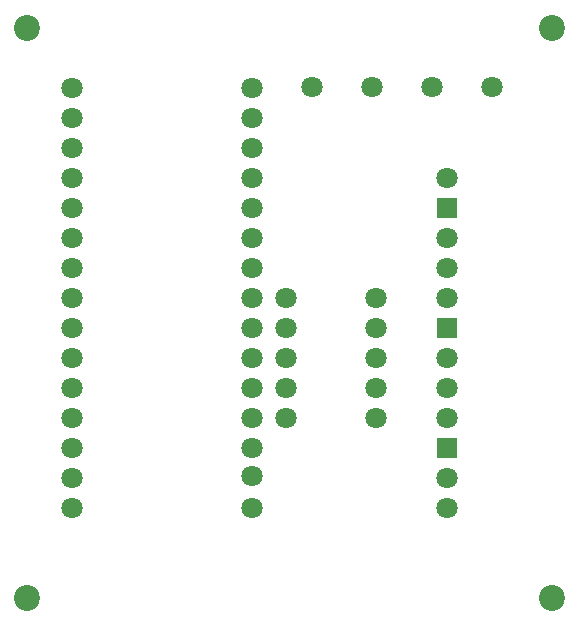
<source format=gts>
%TF.GenerationSoftware,KiCad,Pcbnew,9.0.0*%
%TF.CreationDate,2025-03-09T03:36:31-07:00*%
%TF.ProjectId,server,73657276-6572-42e6-9b69-6361645f7063,v0.1*%
%TF.SameCoordinates,Original*%
%TF.FileFunction,Soldermask,Top*%
%TF.FilePolarity,Negative*%
%FSLAX46Y46*%
G04 Gerber Fmt 4.6, Leading zero omitted, Abs format (unit mm)*
G04 Created by KiCad (PCBNEW 9.0.0) date 2025-03-09 03:36:31*
%MOMM*%
%LPD*%
G01*
G04 APERTURE LIST*
%ADD10C,1.800000*%
%ADD11R,1.800000X1.800000*%
%ADD12C,2.200000*%
G04 APERTURE END LIST*
D10*
%TO.C,RGB_LED_ROUND2*%
X53340000Y-40640000D03*
D11*
X53340000Y-43180000D03*
D10*
X53340000Y-45720000D03*
X53340000Y-48260000D03*
%TD*%
D12*
%TO.C,REF\u002A\u002A*%
X62230000Y-17780000D03*
%TD*%
D10*
%TO.C,R1*%
X39770000Y-40640000D03*
X47390000Y-40640000D03*
%TD*%
%TO.C,ESP32_Nano1*%
X21590000Y-22860000D03*
X21590000Y-25400000D03*
X21590000Y-27940000D03*
X21590000Y-30480000D03*
X21590000Y-33020000D03*
X21590000Y-35560000D03*
X21590000Y-38100000D03*
X21590000Y-40640000D03*
X21590000Y-43180000D03*
X21590000Y-45720000D03*
X21590000Y-48260000D03*
X21590000Y-50800000D03*
X21590000Y-53340000D03*
X21590000Y-55880000D03*
X21590000Y-58420000D03*
X36830000Y-58420000D03*
X36833472Y-55728102D03*
X36830000Y-53340000D03*
X36830000Y-50800000D03*
X36830000Y-48260000D03*
X36830000Y-45720000D03*
X36830000Y-43180000D03*
X36830000Y-40640000D03*
X36830000Y-38100000D03*
X36830000Y-35560000D03*
X36830000Y-33020000D03*
X36830000Y-30480000D03*
X36830000Y-27940000D03*
X36830000Y-25400000D03*
X36830000Y-22860000D03*
%TD*%
%TO.C,R3*%
X39770000Y-45720000D03*
X47390000Y-45720000D03*
%TD*%
%TO.C,R2*%
X39770000Y-43180000D03*
X47390000Y-43180000D03*
%TD*%
%TO.C,2_PIN_CONNECTOR2*%
X52070000Y-22760000D03*
X57150000Y-22760000D03*
%TD*%
%TO.C,RGB_LED_ROUND1*%
X53340000Y-30480000D03*
D11*
X53340000Y-33020000D03*
D10*
X53340000Y-35560000D03*
X53340000Y-38100000D03*
%TD*%
%TO.C,2_PIN_CONNECTOR1*%
X41910000Y-22760000D03*
X46990000Y-22760000D03*
%TD*%
D12*
%TO.C,REF\u002A\u002A*%
X17780000Y-17780000D03*
%TD*%
D10*
%TO.C,RGB_LED_ROUND3*%
X53330000Y-50800000D03*
D11*
X53330000Y-53340000D03*
D10*
X53330000Y-55880000D03*
X53330000Y-58420000D03*
%TD*%
%TO.C,R5*%
X39770000Y-50800000D03*
X47390000Y-50800000D03*
%TD*%
D12*
%TO.C,REF\u002A\u002A*%
X17780000Y-66040000D03*
%TD*%
%TO.C,REF\u002A\u002A*%
X62230000Y-66040000D03*
%TD*%
D10*
%TO.C,R4*%
X39770000Y-48260000D03*
X47390000Y-48260000D03*
%TD*%
M02*

</source>
